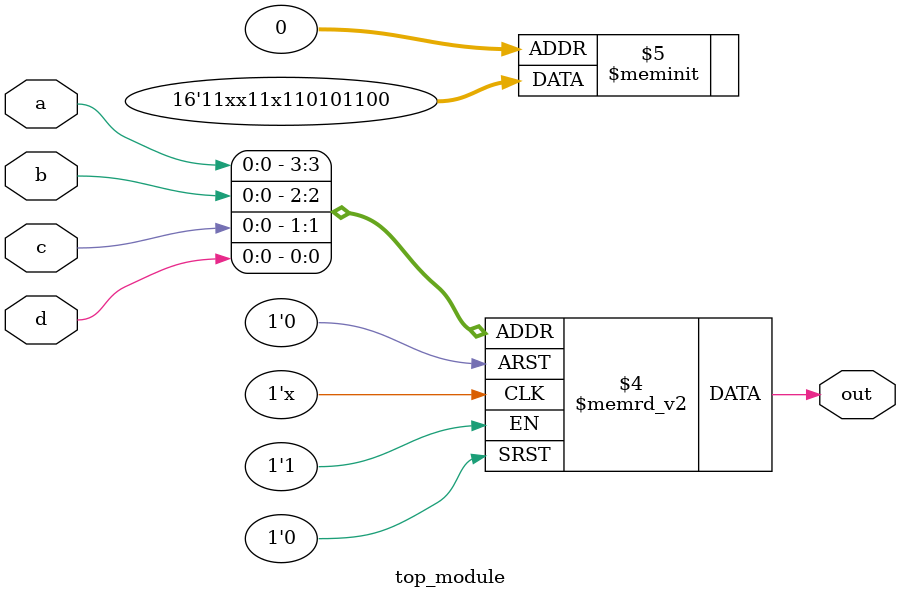
<source format=sv>
module top_module (
	input a, 
	input b,
	input c,
	input d,
	output reg out
);
    always @(a,b,c,d) begin
        case ({a,b,c,d})
            4'b0000, 4'b0001, 4'b0100, 4'b0110 : out = 1'b0;
            4'b0011, 4'b0010, 4'b0101, 4'b0111, 4'b1111, 4'b1110, 4'b1000, 4'b1011, 4'b1010 : out = 1'b1;
            default : out = 1'bx;
        endcase
    end
endmodule

</source>
